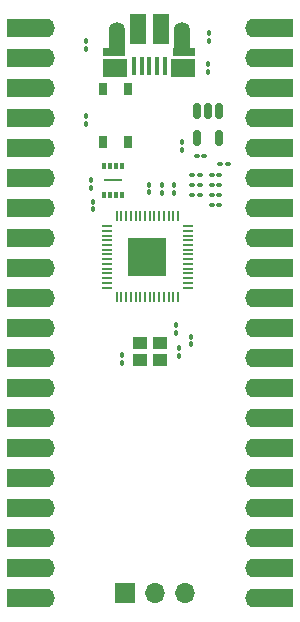
<source format=gbr>
%TF.GenerationSoftware,KiCad,Pcbnew,7.0.6*%
%TF.CreationDate,2023-08-11T11:38:24+07:00*%
%TF.ProjectId,Pico2040-Modular-Rev2,5069636f-3230-4343-902d-4d6f64756c61,rev?*%
%TF.SameCoordinates,Original*%
%TF.FileFunction,Soldermask,Top*%
%TF.FilePolarity,Negative*%
%FSLAX46Y46*%
G04 Gerber Fmt 4.6, Leading zero omitted, Abs format (unit mm)*
G04 Created by KiCad (PCBNEW 7.0.6) date 2023-08-11 11:38:24*
%MOMM*%
%LPD*%
G01*
G04 APERTURE LIST*
G04 Aperture macros list*
%AMRoundRect*
0 Rectangle with rounded corners*
0 $1 Rounding radius*
0 $2 $3 $4 $5 $6 $7 $8 $9 X,Y pos of 4 corners*
0 Add a 4 corners polygon primitive as box body*
4,1,4,$2,$3,$4,$5,$6,$7,$8,$9,$2,$3,0*
0 Add four circle primitives for the rounded corners*
1,1,$1+$1,$2,$3*
1,1,$1+$1,$4,$5*
1,1,$1+$1,$6,$7*
1,1,$1+$1,$8,$9*
0 Add four rect primitives between the rounded corners*
20,1,$1+$1,$2,$3,$4,$5,0*
20,1,$1+$1,$4,$5,$6,$7,0*
20,1,$1+$1,$6,$7,$8,$9,0*
20,1,$1+$1,$8,$9,$2,$3,0*%
G04 Aperture macros list end*
%ADD10RoundRect,0.100000X-0.130000X-0.100000X0.130000X-0.100000X0.130000X0.100000X-0.130000X0.100000X0*%
%ADD11R,1.700000X1.700000*%
%ADD12O,1.700000X1.700000*%
%ADD13R,0.400000X1.650000*%
%ADD14R,1.825000X0.700000*%
%ADD15R,2.000000X1.500000*%
%ADD16R,1.350000X2.000000*%
%ADD17O,1.350000X1.700000*%
%ADD18O,1.100000X1.500000*%
%ADD19R,1.430000X2.500000*%
%ADD20RoundRect,0.100000X-0.100000X0.130000X-0.100000X-0.130000X0.100000X-0.130000X0.100000X0.130000X0*%
%ADD21R,0.750000X1.000000*%
%ADD22RoundRect,0.150000X-0.150000X0.512500X-0.150000X-0.512500X0.150000X-0.512500X0.150000X0.512500X0*%
%ADD23RoundRect,0.050000X-0.387500X-0.050000X0.387500X-0.050000X0.387500X0.050000X-0.387500X0.050000X0*%
%ADD24RoundRect,0.050000X-0.050000X-0.387500X0.050000X-0.387500X0.050000X0.387500X-0.050000X0.387500X0*%
%ADD25R,3.200000X3.200000*%
%ADD26RoundRect,0.100000X0.100000X-0.130000X0.100000X0.130000X-0.100000X0.130000X-0.100000X-0.130000X0*%
%ADD27R,3.200000X1.600000*%
%ADD28O,1.700000X1.600000*%
%ADD29R,1.150000X1.000000*%
%ADD30RoundRect,0.014000X0.161000X-0.231000X0.161000X0.231000X-0.161000X0.231000X-0.161000X-0.231000X0*%
%ADD31R,1.600000X0.200000*%
G04 APERTURE END LIST*
D10*
%TO.C,R3*%
X94440000Y-52150000D03*
X95080000Y-52150000D03*
%TD*%
D11*
%TO.C,J4*%
X88325000Y-89125000D03*
D12*
X90865000Y-89125000D03*
X93405000Y-89125000D03*
%TD*%
D13*
%TO.C,J1*%
X91730000Y-44580000D03*
X91080000Y-44580000D03*
X90430000Y-44580000D03*
X89780000Y-44580000D03*
X89130000Y-44580000D03*
D14*
X93380000Y-43380000D03*
D15*
X93280000Y-44680000D03*
D16*
X93160000Y-42630000D03*
D17*
X93160000Y-41700000D03*
D18*
X92850000Y-44700000D03*
D19*
X91390000Y-41430000D03*
X89470000Y-41430000D03*
D18*
X88010000Y-44700000D03*
D17*
X87700000Y-41700000D03*
D16*
X87680000Y-42630000D03*
D15*
X87530000Y-44700000D03*
D14*
X87430000Y-43380000D03*
%TD*%
D20*
%TO.C,C3*%
X93950000Y-67475000D03*
X93950000Y-68115000D03*
%TD*%
D21*
%TO.C,S1*%
X88650000Y-51000000D03*
X88650000Y-46500000D03*
X86500000Y-51000000D03*
X86500000Y-46500000D03*
%TD*%
D22*
%TO.C,U2*%
X96350000Y-48375000D03*
X95400000Y-48375000D03*
X94450000Y-48375000D03*
X94450000Y-50650000D03*
X96350000Y-50650000D03*
%TD*%
D23*
%TO.C,U1*%
X86825000Y-58100000D03*
X86825000Y-58500000D03*
X86825000Y-58900000D03*
X86825000Y-59300000D03*
X86825000Y-59700000D03*
X86825000Y-60100000D03*
X86825000Y-60500000D03*
X86825000Y-60900000D03*
X86825000Y-61300000D03*
X86825000Y-61700000D03*
X86825000Y-62100000D03*
X86825000Y-62500000D03*
X86825000Y-62900000D03*
X86825000Y-63300000D03*
D24*
X87662500Y-64137500D03*
X88062500Y-64137500D03*
X88462500Y-64137500D03*
X88862500Y-64137500D03*
X89262500Y-64137500D03*
X89662500Y-64137500D03*
X90062500Y-64137500D03*
X90462500Y-64137500D03*
X90862500Y-64137500D03*
X91262500Y-64137500D03*
X91662500Y-64137500D03*
X92062500Y-64137500D03*
X92462500Y-64137500D03*
X92862500Y-64137500D03*
D23*
X93700000Y-63300000D03*
X93700000Y-62900000D03*
X93700000Y-62500000D03*
X93700000Y-62100000D03*
X93700000Y-61700000D03*
X93700000Y-61300000D03*
X93700000Y-60900000D03*
X93700000Y-60500000D03*
X93700000Y-60100000D03*
X93700000Y-59700000D03*
X93700000Y-59300000D03*
X93700000Y-58900000D03*
X93700000Y-58500000D03*
X93700000Y-58100000D03*
D24*
X92862500Y-57262500D03*
X92462500Y-57262500D03*
X92062500Y-57262500D03*
X91662500Y-57262500D03*
X91262500Y-57262500D03*
X90862500Y-57262500D03*
X90462500Y-57262500D03*
X90062500Y-57262500D03*
X89662500Y-57262500D03*
X89262500Y-57262500D03*
X88862500Y-57262500D03*
X88462500Y-57262500D03*
X88062500Y-57262500D03*
X87662500Y-57262500D03*
D25*
X90262500Y-60700000D03*
%TD*%
D26*
%TO.C,C1*%
X90400000Y-55240000D03*
X90400000Y-54600000D03*
%TD*%
D20*
%TO.C,R5*%
X85050000Y-48780000D03*
X85050000Y-49420000D03*
%TD*%
D27*
%TO.C,J2*%
X79990000Y-41300000D03*
D28*
X81600000Y-41300000D03*
D27*
X79990000Y-43840000D03*
D28*
X81600000Y-43840000D03*
D27*
X79990000Y-46380000D03*
D28*
X81600000Y-46380000D03*
D27*
X79990000Y-48920000D03*
D28*
X81600000Y-48920000D03*
D27*
X79990000Y-51460000D03*
D28*
X81600000Y-51460000D03*
D27*
X79990000Y-54000000D03*
D28*
X81600000Y-54000000D03*
D27*
X79990000Y-56540000D03*
D28*
X81600000Y-56540000D03*
D27*
X79990000Y-59080000D03*
D28*
X81600000Y-59080000D03*
D27*
X79990000Y-61620000D03*
D28*
X81600000Y-61620000D03*
D27*
X79990000Y-64160000D03*
D28*
X81600000Y-64160000D03*
D27*
X79990000Y-66700000D03*
D28*
X81600000Y-66700000D03*
D27*
X79990000Y-69240000D03*
D28*
X81600000Y-69240000D03*
D27*
X79990000Y-71780000D03*
D28*
X81600000Y-71780000D03*
D27*
X79990000Y-74320000D03*
D28*
X81600000Y-74320000D03*
D27*
X79990000Y-76860000D03*
D28*
X81600000Y-76860000D03*
D27*
X79990000Y-79400000D03*
D28*
X81600000Y-79400000D03*
D27*
X79990000Y-81940000D03*
D28*
X81600000Y-81940000D03*
D27*
X79990000Y-84480000D03*
D28*
X81600000Y-84480000D03*
D27*
X79990000Y-87020000D03*
D28*
X81600000Y-87020000D03*
D27*
X79990000Y-89560000D03*
D28*
X81600000Y-89560000D03*
%TD*%
D20*
%TO.C,R1*%
X91475000Y-54630000D03*
X91475000Y-55270000D03*
%TD*%
D29*
%TO.C,Y1*%
X89600000Y-69400000D03*
X91350000Y-69400000D03*
X91350000Y-68000000D03*
X89600000Y-68000000D03*
%TD*%
D20*
%TO.C,C2*%
X92700000Y-66475000D03*
X92700000Y-67115000D03*
%TD*%
D10*
%TO.C,C10*%
X95710000Y-55450000D03*
X96350000Y-55450000D03*
%TD*%
%TO.C,C11*%
X95715000Y-56300000D03*
X96355000Y-56300000D03*
%TD*%
%TO.C,C9*%
X95710000Y-54600000D03*
X96350000Y-54600000D03*
%TD*%
D20*
%TO.C,R2*%
X92525000Y-54635000D03*
X92525000Y-55275000D03*
%TD*%
D10*
%TO.C,C6*%
X94060000Y-54600000D03*
X94700000Y-54600000D03*
%TD*%
D26*
%TO.C,C15*%
X88100000Y-69665000D03*
X88100000Y-69025000D03*
%TD*%
D10*
%TO.C,C5*%
X94060000Y-53775000D03*
X94700000Y-53775000D03*
%TD*%
%TO.C,C8*%
X95710000Y-53750000D03*
X96350000Y-53750000D03*
%TD*%
D20*
%TO.C,D2*%
X85025000Y-42422500D03*
X85025000Y-43062500D03*
%TD*%
D26*
%TO.C,C12*%
X95375000Y-45050000D03*
X95375000Y-44410000D03*
%TD*%
D20*
%TO.C,D1*%
X95475000Y-41747500D03*
X95475000Y-42387500D03*
%TD*%
D26*
%TO.C,R4*%
X93200000Y-51625000D03*
X93200000Y-50985000D03*
%TD*%
D20*
%TO.C,C14*%
X92950000Y-68430000D03*
X92950000Y-69070000D03*
%TD*%
D10*
%TO.C,C13*%
X96410000Y-52850000D03*
X97050000Y-52850000D03*
%TD*%
D20*
%TO.C,R6*%
X85450000Y-54230000D03*
X85450000Y-54870000D03*
%TD*%
D30*
%TO.C,U3*%
X86600000Y-55450000D03*
X87100000Y-55450000D03*
X87600000Y-55450000D03*
X88100000Y-55450000D03*
X88100000Y-53010000D03*
X87600000Y-53010000D03*
X87100000Y-53010000D03*
X86600000Y-53010000D03*
D31*
X87350000Y-54230000D03*
%TD*%
D10*
%TO.C,C7*%
X94060000Y-55450000D03*
X94700000Y-55450000D03*
%TD*%
D26*
%TO.C,C4*%
X85650000Y-56665000D03*
X85650000Y-56025000D03*
%TD*%
D27*
%TO.C,J3*%
X101010000Y-41300000D03*
D28*
X99400000Y-41300000D03*
D27*
X101010000Y-43840000D03*
D28*
X99400000Y-43840000D03*
D27*
X101010000Y-46380000D03*
D28*
X99400000Y-46380000D03*
D27*
X101010000Y-48920000D03*
D28*
X99400000Y-48920000D03*
D27*
X101010000Y-51460000D03*
D28*
X99400000Y-51460000D03*
D27*
X101010000Y-54000000D03*
D28*
X99400000Y-54000000D03*
D27*
X101010000Y-56540000D03*
D28*
X99400000Y-56540000D03*
D27*
X101010000Y-59080000D03*
D28*
X99400000Y-59080000D03*
D27*
X101010000Y-61620000D03*
D28*
X99400000Y-61620000D03*
D27*
X101010000Y-64160000D03*
D28*
X99400000Y-64160000D03*
D27*
X101010000Y-66700000D03*
D28*
X99400000Y-66700000D03*
D27*
X101010000Y-69240000D03*
D28*
X99400000Y-69240000D03*
D27*
X101010000Y-71780000D03*
D28*
X99400000Y-71780000D03*
D27*
X101010000Y-74320000D03*
D28*
X99400000Y-74320000D03*
D27*
X101010000Y-76860000D03*
D28*
X99400000Y-76860000D03*
D27*
X101010000Y-79400000D03*
D28*
X99400000Y-79400000D03*
D27*
X101010000Y-81940000D03*
D28*
X99400000Y-81940000D03*
D27*
X101010000Y-84480000D03*
D28*
X99400000Y-84480000D03*
D27*
X101010000Y-87020000D03*
D28*
X99400000Y-87020000D03*
D27*
X101010000Y-89560000D03*
D28*
X99400000Y-89560000D03*
%TD*%
M02*

</source>
